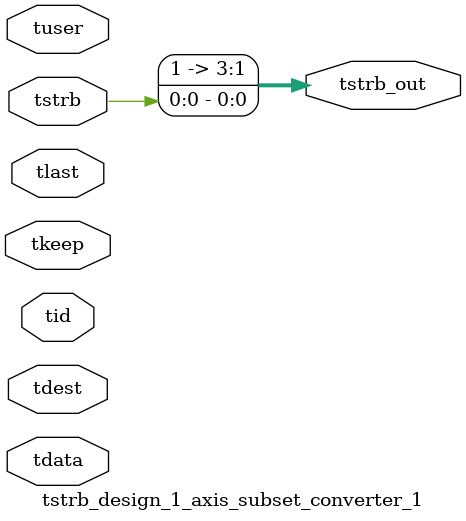
<source format=v>


`timescale 1ps/1ps

module tstrb_design_1_axis_subset_converter_1 #
(
parameter C_S_AXIS_TDATA_WIDTH = 32,
parameter C_S_AXIS_TUSER_WIDTH = 0,
parameter C_S_AXIS_TID_WIDTH   = 0,
parameter C_S_AXIS_TDEST_WIDTH = 0,
parameter C_M_AXIS_TDATA_WIDTH = 32
)
(
input  [(C_S_AXIS_TDATA_WIDTH == 0 ? 1 : C_S_AXIS_TDATA_WIDTH)-1:0     ] tdata,
input  [(C_S_AXIS_TUSER_WIDTH == 0 ? 1 : C_S_AXIS_TUSER_WIDTH)-1:0     ] tuser,
input  [(C_S_AXIS_TID_WIDTH   == 0 ? 1 : C_S_AXIS_TID_WIDTH)-1:0       ] tid,
input  [(C_S_AXIS_TDEST_WIDTH == 0 ? 1 : C_S_AXIS_TDEST_WIDTH)-1:0     ] tdest,
input  [(C_S_AXIS_TDATA_WIDTH/8)-1:0 ] tkeep,
input  [(C_S_AXIS_TDATA_WIDTH/8)-1:0 ] tstrb,
input                                                                    tlast,
output [(C_M_AXIS_TDATA_WIDTH/8)-1:0 ] tstrb_out
);

assign tstrb_out = {3'b111,tstrb[0:0]};

endmodule


</source>
